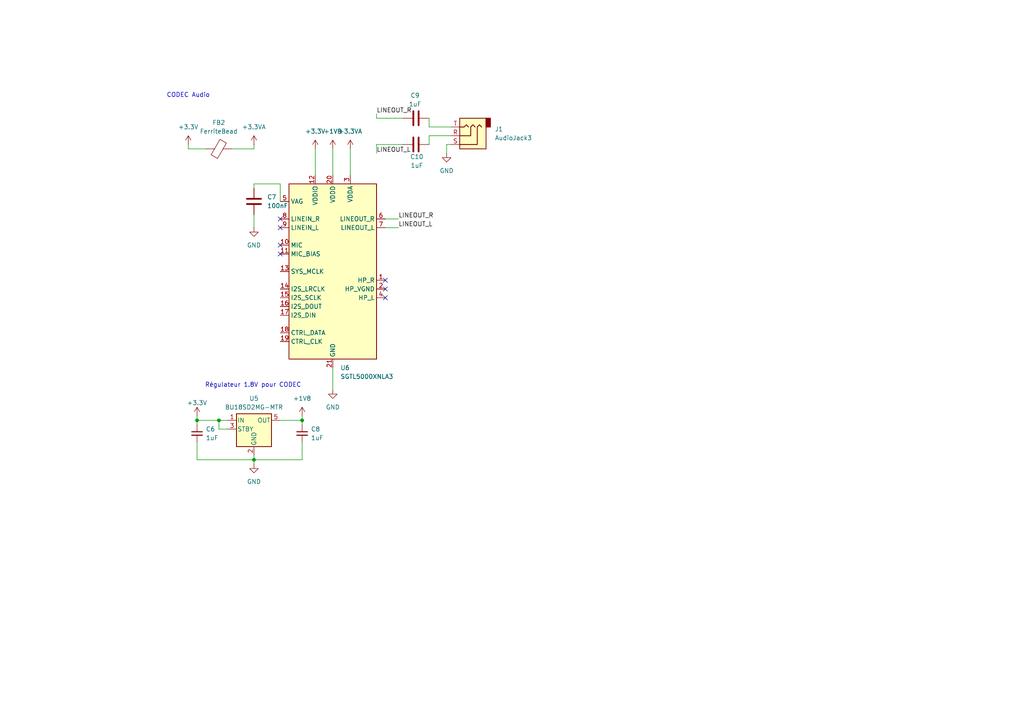
<source format=kicad_sch>
(kicad_sch (version 20231120) (generator "eeschema") (generator_version "8.0")
  (paper "A4")
  (lib_symbols
    (symbol "+3.3V_1" (power) (pin_numbers hide) (pin_names (offset 0) hide)
      (property "Value" "+3.3V" (at 0 3.556 0))
      (symbol "+3.3V_1_0_1"
        (polyline (pts (xy -0.762 1.27) (xy 0 2.54)))
        (polyline (pts (xy 0 0) (xy 0 2.54)))
        (polyline (pts (xy 0 2.54) (xy 0.762 1.27)))
      )
      (symbol "+3.3V_1_1_1"
        (pin power_in line (at 0 0 90) (length 0) (name "~") (number "1"))
      )
    )
    (symbol "Audio:SGTL5000XNLA3"
      (property "Reference" "U" (at 0 0 0))
      (property "Value" "SGTL5000XNLA3" (at -5.08 -27.94 0))
      (symbol "SGTL5000XNLA3_0_1"
        (rectangle (start -12.7 25.4) (end 12.7 -25.4) (stroke (width 0.254)) (fill (type background)))
      )
      (symbol "SGTL5000XNLA3_1_1"
        (pin output line (at 15.24 -2.54 180) (length 2.54) (name "HP_R") (number "1"))
        (pin input line (at -15.24 7.62 0) (length 2.54) (name "MIC") (number "10"))
        (pin input line (at -15.24 5.08 0) (length 2.54) (name "MIC_BIAS") (number "11"))
        (pin power_in line (at -5.08 27.94 270) (length 2.54) (name "VDDIO") (number "12"))
        (pin input line (at -15.24 0 0) (length 2.54) (name "SYS_MCLK") (number "13"))
        (pin input line (at -15.24 -5.08 0) (length 2.54) (name "I2S_LRCLK") (number "14"))
        (pin input line (at -15.24 -7.62 0) (length 2.54) (name "I2S_SCLK") (number "15"))
        (pin output line (at -15.24 -10.16 0) (length 2.54) (name "I2S_DOUT") (number "16"))
        (pin input line (at -15.24 -12.7 0) (length 2.54) (name "I2S_DIN") (number "17"))
        (pin input line (at -15.24 -17.78 0) (length 2.54) (name "CTRL_DATA") (number "18"))
        (pin input line (at -15.24 -20.32 0) (length 2.54) (name "CTRL_CLK") (number "19"))
        (pin power_out line (at 15.24 -5.08 180) (length 2.54) (name "HP_VGND") (number "2"))
        (pin power_in line (at 0 27.94 270) (length 2.54) (name "VDDD") (number "20"))
        (pin power_in line (at 0 -27.94 90) (length 2.54) (name "GND") (number "21"))
        (pin power_in line (at 5.08 27.94 270) (length 2.54) (name "VDDA") (number "3"))
        (pin output line (at 15.24 -7.62 180) (length 2.54) (name "HP_L") (number "4"))
        (pin passive line (at -15.24 20.32 0) (length 2.54) (name "VAG") (number "5"))
        (pin output line (at 15.24 15.24 180) (length 2.54) (name "LINEOUT_R") (number "6"))
        (pin output line (at 15.24 12.7 180) (length 2.54) (name "LINEOUT_L") (number "7"))
        (pin input line (at -15.24 15.24 0) (length 2.54) (name "LINEIN_R") (number "8"))
        (pin input line (at -15.24 12.7 0) (length 2.54) (name "LINEIN_L") (number "9"))
      )
    )
    (symbol "Connector_Audio:AudioJack3"
      (property "Reference" "J" (at 0 8.89 0))
      (property "Value" "AudioJack3" (at 0 6.35 0))
      (symbol "AudioJack3_0_1"
        (rectangle (start -5.08 -5.08) (end -6.35 -2.54) (stroke (width 0.254)) (fill (type outline)))
        (polyline (pts (xy 0 -2.54) (xy 0.635 -3.175) (xy 1.27 -2.54) (xy 2.54 -2.54)) (stroke (width 0.254)))
        (polyline (pts (xy -1.905 -2.54) (xy -1.27 -3.175) (xy -0.635 -2.54) (xy -0.635 0) (xy 2.54 0)) (stroke (width 0.254)))
        (polyline (pts (xy 2.54 2.54) (xy -2.54 2.54) (xy -2.54 -2.54) (xy -3.175 -3.175) (xy -3.81 -2.54)) (stroke (width 0.254)))
        (rectangle (start 2.54 3.81) (end -5.08 -5.08) (stroke (width 0.254)) (fill (type background)))
      )
      (symbol "AudioJack3_1_1"
        (pin passive line (at 5.08 0 180) (length 2.54) (name "~") (number "R"))
        (pin passive line (at 5.08 2.54 180) (length 2.54) (name "~") (number "S"))
        (pin passive line (at 5.08 -2.54 180) (length 2.54) (name "~") (number "T"))
      )
    )
    (symbol "Device:C" (pin_numbers hide) (pin_names (offset 0.254))
      (property "Reference" "C" (at 0.635 2.54 0))
      (property "Value" "C" (at 0.635 -2.54 0))
      (symbol "C_0_1"
        (polyline (pts (xy -2.032 -0.762) (xy 2.032 -0.762)) (stroke (width 0.508)))
        (polyline (pts (xy -2.032 0.762) (xy 2.032 0.762)) (stroke (width 0.508)))
      )
      (symbol "C_1_1"
        (pin passive line (at 0 3.81 270) (length 2.794) (name "~") (number "1"))
        (pin passive line (at 0 -3.81 90) (length 2.794) (name "~") (number "2"))
      )
    )
    (symbol "Device:C_Small" (pin_numbers hide) (pin_names (offset 0.254) hide)
      (property "Reference" "C" (at 0.254 1.778 0))
      (property "Value" "C_Small" (at 0.254 -2.032 0))
      (symbol "C_Small_0_1"
        (polyline (pts (xy -1.524 -0.508) (xy 1.524 -0.508)) (stroke (width 0.3302)))
        (polyline (pts (xy -1.524 0.508) (xy 1.524 0.508)) (stroke (width 0.3048)))
      )
      (symbol "C_Small_1_1"
        (pin passive line (at 0 2.54 270) (length 2.032) (name "~") (number "1"))
        (pin passive line (at 0 -2.54 90) (length 2.032) (name "~") (number "2"))
      )
    )
    (symbol "Device:FerriteBead" (pin_numbers hide) (pin_names (offset 0))
      (property "Reference" "FB" (at -3.81 0.635 90))
      (property "Value" "FerriteBead" (at 3.81 0 90))
      (symbol "FerriteBead_0_1"
        (polyline (pts (xy 0 -1.27) (xy 0 -1.2192)))
        (polyline (pts (xy 0 1.27) (xy 0 1.2954)))
        (polyline (pts (xy -2.7686 0.4064) (xy -1.7018 2.2606) (xy 2.7686 -0.3048) (xy 1.6764 -2.159) (xy -2.7686 0.4064)))
      )
      (symbol "FerriteBead_1_1"
        (pin passive line (at 0 3.81 270) (length 2.54) (name "~") (number "1"))
        (pin passive line (at 0 -3.81 90) (length 2.54) (name "~") (number "2"))
      )
    )
    (symbol "GND_1" (power) (pin_numbers hide) (pin_names (offset 0) hide)
      (property "Value" "GND" (at 0 -3.81 0))
      (symbol "GND_1_0_1"
        (polyline (pts (xy 0 0) (xy 0 -1.27) (xy 1.27 -1.27) (xy 0 -2.54) (xy -1.27 -1.27) (xy 0 -1.27)))
      )
      (symbol "GND_1_1_1"
        (pin power_in line (at 0 0 270) (length 0) (name "~") (number "1"))
      )
    )
    (symbol "GND_2" (power) (pin_numbers hide) (pin_names (offset 0) hide)
      (property "Value" "GND" (at 0 -3.81 0))
      (symbol "GND_2_0_1"
        (polyline (pts (xy 0 0) (xy 0 -1.27) (xy 1.27 -1.27) (xy 0 -2.54) (xy -1.27 -1.27) (xy 0 -1.27)))
      )
      (symbol "GND_2_1_1"
        (pin power_in line (at 0 0 270) (length 0) (name "~") (number "1"))
      )
    )
    (symbol "WITNS_ROHM:BU18SD2MG-MTR" (pin_names (offset 0.254))
      (property "Reference" "U?" (at 0 9.525 0))
      (property "Value" "BU18SD2MG-MTR" (at 0 6.985 0))
      (symbol "BU18SD2MG-MTR_0_1"
        (rectangle (start -5.08 4.445) (end 5.08 -5.08) (stroke (width 0.254)) (fill (type background)))
      )
      (symbol "BU18SD2MG-MTR_1_1"
        (pin power_in line (at -7.62 2.54 0) (length 2.54) (name "IN") (number "1"))
        (pin power_in line (at 0 -7.62 90) (length 2.54) (name "GND") (number "2"))
        (pin input line (at -7.62 0 0) (length 2.54) (name "STBY") (number "3"))
        (pin no_connect line (at 5.08 0 180) (length 2.54) hide (name "NC") (number "4"))
        (pin power_out line (at 7.62 2.54 180) (length 2.54) (name "OUT") (number "5"))
      )
    )
    (symbol "power:+1V8" (power) (pin_names (offset 0))
      (property "Value" "+1V8" (at 0 3.556 0))
      (symbol "+1V8_0_1"
        (polyline (pts (xy -0.762 1.27) (xy 0 2.54)))
        (polyline (pts (xy 0 0) (xy 0 2.54)))
        (polyline (pts (xy 0 2.54) (xy 0.762 1.27)))
      )
      (symbol "+1V8_1_1"
        (pin power_in line (at 0 0 90) (length 0) hide (name "+1V8") (number "1"))
      )
    )
    (symbol "power:+3.3V" (power) (pin_names (offset 0))
      (property "Value" "+3.3V" (at 0 3.556 0))
      (symbol "+3.3V_0_1"
        (polyline (pts (xy -0.762 1.27) (xy 0 2.54)))
        (polyline (pts (xy 0 0) (xy 0 2.54)))
        (polyline (pts (xy 0 2.54) (xy 0.762 1.27)))
      )
      (symbol "+3.3V_1_1"
        (pin power_in line (at 0 0 90) (length 0) hide (name "+3.3V") (number "1"))
      )
    )
    (symbol "power:+3.3VA" (power) (pin_numbers hide) (pin_names (offset 0) hide)
      (property "Value" "+3.3VA" (at 0 3.556 0))
      (symbol "+3.3VA_0_1"
        (polyline (pts (xy -0.762 1.27) (xy 0 2.54)))
        (polyline (pts (xy 0 0) (xy 0 2.54)))
        (polyline (pts (xy 0 2.54) (xy 0.762 1.27)))
      )
      (symbol "+3.3VA_1_1"
        (pin power_in line (at 0 0 90) (length 0) (name "~") (number "1"))
      )
    )
    (symbol "power:GND" (power) (pin_names (offset 0))
      (property "Value" "GND" (at 0 -3.81 0))
      (symbol "GND_0_1"
        (polyline (pts (xy 0 0) (xy 0 -1.27) (xy 1.27 -1.27) (xy 0 -2.54) (xy -1.27 -1.27) (xy 0 -1.27)))
      )
      (symbol "GND_1_1"
        (pin power_in line (at 0 0 270) (length 0) hide (name "GND") (number "1"))
      )
    )
  )
  (junction (at 87.63 121.92))
  (junction (at 57.15 121.92))
  (junction (at 73.66 133.35))
  (junction (at 63.5 121.92))
  (no_connect (at 81.28 66.04))
  (no_connect (at 81.28 63.5))
  (no_connect (at 81.28 73.66))
  (no_connect (at 111.76 83.82))
  (no_connect (at 111.76 86.36))
  (no_connect (at 111.76 81.28))
  (no_connect (at 81.28 71.12))
  (wire (pts (xy 87.63 121.92) (xy 87.63 120.65)))
  (wire (pts (xy 63.5 121.92) (xy 66.04 121.92)))
  (wire (pts (xy 57.15 121.92) (xy 63.5 121.92)))
  (wire (pts (xy 91.44 43.18) (xy 91.44 50.8)))
  (wire (pts (xy 57.15 121.92) (xy 57.15 120.65)))
  (wire (pts (xy 96.52 43.18) (xy 96.52 50.8)))
  (wire (pts (xy 111.76 66.04) (xy 115.57 66.04)))
  (wire (pts (xy 130.81 39.37) (xy 124.46 39.37)))
  (wire (pts (xy 87.63 128.27) (xy 87.63 133.35)))
  (wire (pts (xy 130.81 41.91) (xy 129.54 41.91)))
  (wire (pts (xy 73.66 62.23) (xy 73.66 66.04)))
  (wire (pts (xy 87.63 133.35) (xy 73.66 133.35)))
  (wire (pts (xy 81.28 53.34) (xy 73.66 53.34)))
  (wire (pts (xy 87.63 123.19) (xy 87.63 121.92)))
  (wire (pts (xy 116.84 34.29) (xy 109.22 34.29)))
  (wire (pts (xy 124.46 36.83) (xy 130.81 36.83)))
  (wire (pts (xy 66.04 124.46) (xy 63.5 124.46)))
  (wire (pts (xy 73.66 53.34) (xy 73.66 54.61)))
  (wire (pts (xy 57.15 123.19) (xy 57.15 121.92)))
  (wire (pts (xy 129.54 41.91) (xy 129.54 44.45)))
  (wire (pts (xy 54.61 41.91) (xy 54.61 43.18)))
  (wire (pts (xy 67.31 43.18) (xy 73.66 43.18)))
  (wire (pts (xy 57.15 133.35) (xy 73.66 133.35)))
  (wire (pts (xy 73.66 133.35) (xy 73.66 132.08)))
  (wire (pts (xy 96.52 106.68) (xy 96.52 113.03)))
  (wire (pts (xy 81.28 121.92) (xy 87.63 121.92)))
  (wire (pts (xy 109.22 41.91) (xy 109.22 44.45)))
  (wire (pts (xy 111.76 63.5) (xy 115.57 63.5)))
  (wire (pts (xy 63.5 124.46) (xy 63.5 121.92)))
  (wire (pts (xy 124.46 34.29) (xy 124.46 36.83)))
  (wire (pts (xy 54.61 43.18) (xy 59.69 43.18)))
  (wire (pts (xy 73.66 43.18) (xy 73.66 41.91)))
  (wire (pts (xy 73.66 134.62) (xy 73.66 133.35)))
  (wire (pts (xy 101.6 43.18) (xy 101.6 50.8)))
  (wire (pts (xy 124.46 39.37) (xy 124.46 41.91)))
  (wire (pts (xy 116.84 41.91) (xy 109.22 41.91)))
  (wire (pts (xy 57.15 128.27) (xy 57.15 133.35)))
  (wire (pts (xy 109.22 34.29) (xy 109.22 33.02)))
  (wire (pts (xy 81.28 58.42) (xy 81.28 53.34)))
  (text "CODEC Audio" (at 54.61 27.686 0) (effects (font (size 1.27 1.27))))
  (text "Régulateur 1.8V pour CODEC" (at 73.406 111.76 0) (effects (font (size 1.27 1.27))))
  (label "LINEOUT_L" (at 109.22 44.45 0))
  (label "LINEOUT_L" (at 115.57 66.04 0))
  (label "LINEOUT_R" (at 109.22 33.02 0))
  (label "LINEOUT_R" (at 115.57 63.5 0))
  (symbol (lib_id "power:+1V8") (at 96.52 43.18 0) (unit 1)
    (property "Reference" "#PWR020" (effects (hide yes)))
    (property "Value" "+1V8" (at 96.52 38.1 0))
  )
  (symbol (lib_id "Audio:SGTL5000XNLA3") (at 96.52 78.74 0) (unit 1)
    (property "Reference" "U6" (at 98.7141 106.68 0) (effects (justify left)))
    (property "Value" "SGTL5000XNLA3" (at 98.7141 109.22 0) (effects (justify left)))
    (property "Footprint" "Package_DFN_QFN:QFN-20-1EP_3x3mm_P0.4mm_EP1.65x1.65mm" (effects (hide yes)))
    (property "Datasheet" "https://www.nxp.com/docs/en/data-sheet/SGTL5000.pdf" (effects (hide yes)))
    (property "Description" "Low Power Stereo Codec with Headphone Amp, QFN-20" (effects (hide yes)))
  )
  (symbol (lib_name "GND_1") (lib_id "power:GND") (at 73.66 66.04 0) (unit 1)
    (property "Reference" "#PWR016" (effects (hide yes)))
    (property "Value" "GND" (at 73.66 71.12 0))
    (property "Description" "Power symbol creates a global label with name \"GND\" , ground" (effects (hide yes)))
  )
  (symbol (lib_id "WITNS_ROHM:BU18SD2MG-MTR") (at 73.66 124.46 0) (unit 1)
    (property "Reference" "U5" (at 73.66 115.57 0))
    (property "Value" "BU18SD2MG-MTR" (at 73.66 118.11 0))
    (property "Footprint" "Package_TO_SOT_SMD:SOT-23-5" (effects (hide yes)))
    (property "Datasheet" "https://fscdn.rohm.com/en/products/databook/datasheet/ic/power/linear_regulator/buxxsd2mg-m-e.pdf" (effects (hide yes)))
    (property "LCSC Part" "C3750384" (effects (hide yes)))
  )
  (symbol (lib_id "power:+3.3VA") (at 73.66 41.91 0) (unit 1)
    (property "Reference" "#PWR015" (effects (hide yes)))
    (property "Value" "+3.3VA" (at 73.66 36.83 0))
    (property "Description" "Power symbol creates a global label with name \"+3.3VA\"" (effects (hide yes)))
  )
  (symbol (lib_id "power:+3.3VA") (at 101.6 43.18 0) (unit 1)
    (property "Reference" "#PWR022" (effects (hide yes)))
    (property "Value" "+3.3VA" (at 101.6 38.1 0))
    (property "Description" "Power symbol creates a global label with name \"+3.3VA\"" (effects (hide yes)))
  )
  (symbol (lib_name "GND_1") (lib_id "power:GND") (at 129.54 44.45 0) (unit 1)
    (property "Reference" "#PWR023" (effects (hide yes)))
    (property "Value" "GND" (at 129.54 49.53 0))
    (property "Description" "Power symbol creates a global label with name \"GND\" , ground" (effects (hide yes)))
  )
  (symbol (lib_id "Device:C") (at 120.65 34.29 90) (unit 1)
    (property "Reference" "C9" (at 120.396 27.686 90))
    (property "Value" "1uF" (at 120.396 30.226 90))
    (property "Description" "Unpolarized capacitor" (effects (hide yes)))
  )
  (symbol (lib_name "+3.3V_1") (lib_id "power:+3.3V") (at 91.44 43.18 0) (unit 1)
    (property "Reference" "#PWR019" (effects (hide yes)))
    (property "Value" "+3.3V" (at 91.44 38.1 0))
    (property "Description" "Power symbol creates a global label with name \"+3.3V\"" (effects (hide yes)))
  )
  (symbol (lib_id "Device:C") (at 120.65 41.91 90) (unit 1)
    (property "Reference" "C10" (at 120.904 45.466 90))
    (property "Value" "1uF" (at 120.904 48.006 90))
    (property "Description" "Unpolarized capacitor" (effects (hide yes)))
  )
  (symbol (lib_id "power:+1V8") (at 87.63 120.65 0) (unit 1)
    (property "Reference" "#PWR018" (effects (hide yes)))
    (property "Value" "+1V8" (at 87.63 115.57 0))
  )
  (symbol (lib_id "Device:FerriteBead") (at 63.5 43.18 90) (unit 1)
    (property "Reference" "FB2" (at 63.4492 35.56 90))
    (property "Value" "FerriteBead" (at 63.4492 38.1 90))
    (property "Footprint" "Inductor_SMD:L_0603_1608Metric" (effects (hide yes)))
    (property "Description" "Ferrite bead" (effects (hide yes)))
  )
  (symbol (lib_id "power:GND") (at 73.66 134.62 0) (unit 1)
    (property "Reference" "#PWR017" (effects (hide yes)))
    (property "Value" "GND" (at 73.66 139.7 0))
  )
  (symbol (lib_id "Device:C_Small") (at 57.15 125.73 0) (unit 1)
    (property "Reference" "C6" (at 59.69 124.4663 0) (effects (justify left)))
    (property "Value" "1uF" (at 59.69 127.0063 0) (effects (justify left)))
    (property "Footprint" "Capacitor_SMD:C_0603_1608Metric" (effects (hide yes)))
    (property "LCSC Part" "C15849" (effects (hide yes)))
  )
  (symbol (lib_id "Device:C") (at 73.66 58.42 0) (unit 1)
    (property "Reference" "C7" (at 77.47 57.1499 0) (effects (justify left)))
    (property "Value" "100nF" (at 77.47 59.6899 0) (effects (justify left)))
    (property "Description" "Unpolarized capacitor" (effects (hide yes)))
  )
  (symbol (lib_name "GND_2") (lib_id "power:GND") (at 96.52 113.03 0) (unit 1)
    (property "Reference" "#PWR021" (effects (hide yes)))
    (property "Value" "GND" (at 96.52 118.11 0))
    (property "Description" "Power symbol creates a global label with name \"GND\" , ground" (effects (hide yes)))
  )
  (symbol (lib_id "Device:C_Small") (at 87.63 125.73 0) (unit 1)
    (property "Reference" "C8" (at 90.17 124.4663 0) (effects (justify left)))
    (property "Value" "1uF" (at 90.17 127.0063 0) (effects (justify left)))
    (property "Footprint" "Capacitor_SMD:C_0603_1608Metric" (effects (hide yes)))
    (property "LCSC Part" "C15849" (effects (hide yes)))
  )
  (symbol (lib_name "+3.3V_1") (lib_id "power:+3.3V") (at 54.61 41.91 0) (unit 1)
    (property "Reference" "#PWR013" (effects (hide yes)))
    (property "Value" "+3.3V" (at 54.61 36.83 0))
    (property "Description" "Power symbol creates a global label with name \"+3.3V\"" (effects (hide yes)))
  )
  (symbol (lib_id "power:+3.3V") (at 57.15 120.65 0) (unit 1)
    (property "Reference" "#PWR014" (effects (hide yes)))
    (property "Value" "+3.3V" (at 57.15 116.84 0))
  )
  (symbol (lib_id "Connector_Audio:AudioJack3") (at 135.89 39.37 180) (unit 1)
    (property "Reference" "J1" (at 143.51 37.4649 0) (effects (justify right)))
    (property "Value" "AudioJack3" (at 143.51 40.0049 0) (effects (justify right)))
    (property "Footprint" "Connector_Audio:Jack_3.5mm_CUI_SJ-3523-SMT_Horizontal" (effects (hide yes)))
    (property "Description" "Audio Jack, 3 Poles (Stereo / TRS)" (effects (hide yes)))
  )
)
</source>
